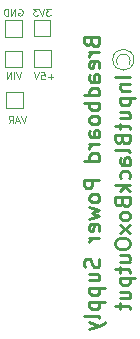
<source format=gbo>
G04 #@! TF.GenerationSoftware,KiCad,Pcbnew,(5.1.4)-1*
G04 #@! TF.CreationDate,2021-06-12T17:19:05+05:30*
G04 #@! TF.ProjectId,Breadboard_Power_Supply,42726561-6462-46f6-9172-645f506f7765,1*
G04 #@! TF.SameCoordinates,Original*
G04 #@! TF.FileFunction,Legend,Bot*
G04 #@! TF.FilePolarity,Positive*
%FSLAX46Y46*%
G04 Gerber Fmt 4.6, Leading zero omitted, Abs format (unit mm)*
G04 Created by KiCad (PCBNEW (5.1.4)-1) date 2021-06-12 17:19:05*
%MOMM*%
%LPD*%
G04 APERTURE LIST*
%ADD10C,0.100000*%
%ADD11C,0.120000*%
%ADD12C,0.250000*%
G04 APERTURE END LIST*
D10*
X137357142Y-81871428D02*
X137157142Y-82471428D01*
X136957142Y-81871428D01*
X136785714Y-82300000D02*
X136500000Y-82300000D01*
X136842857Y-82471428D02*
X136642857Y-81871428D01*
X136442857Y-82471428D01*
X135900000Y-82471428D02*
X136100000Y-82185714D01*
X136242857Y-82471428D02*
X136242857Y-81871428D01*
X136014285Y-81871428D01*
X135957142Y-81900000D01*
X135928571Y-81928571D01*
X135900000Y-81985714D01*
X135900000Y-82071428D01*
X135928571Y-82128571D01*
X135957142Y-82157142D01*
X136014285Y-82185714D01*
X136242857Y-82185714D01*
X139671428Y-78542857D02*
X139214285Y-78542857D01*
X139442857Y-78771428D02*
X139442857Y-78314285D01*
X138642857Y-78171428D02*
X138928571Y-78171428D01*
X138957142Y-78457142D01*
X138928571Y-78428571D01*
X138871428Y-78400000D01*
X138728571Y-78400000D01*
X138671428Y-78428571D01*
X138642857Y-78457142D01*
X138614285Y-78514285D01*
X138614285Y-78657142D01*
X138642857Y-78714285D01*
X138671428Y-78742857D01*
X138728571Y-78771428D01*
X138871428Y-78771428D01*
X138928571Y-78742857D01*
X138957142Y-78714285D01*
X138442857Y-78171428D02*
X138242857Y-78771428D01*
X138042857Y-78171428D01*
X139442857Y-72771428D02*
X139071428Y-72771428D01*
X139271428Y-73000000D01*
X139185714Y-73000000D01*
X139128571Y-73028571D01*
X139100000Y-73057142D01*
X139071428Y-73114285D01*
X139071428Y-73257142D01*
X139100000Y-73314285D01*
X139128571Y-73342857D01*
X139185714Y-73371428D01*
X139357142Y-73371428D01*
X139414285Y-73342857D01*
X139442857Y-73314285D01*
X138900000Y-72771428D02*
X138700000Y-73371428D01*
X138500000Y-72771428D01*
X138357142Y-72771428D02*
X137985714Y-72771428D01*
X138185714Y-73000000D01*
X138100000Y-73000000D01*
X138042857Y-73028571D01*
X138014285Y-73057142D01*
X137985714Y-73114285D01*
X137985714Y-73257142D01*
X138014285Y-73314285D01*
X138042857Y-73342857D01*
X138100000Y-73371428D01*
X138271428Y-73371428D01*
X138328571Y-73342857D01*
X138357142Y-73314285D01*
X136957142Y-78171428D02*
X136757142Y-78771428D01*
X136557142Y-78171428D01*
X136357142Y-78771428D02*
X136357142Y-78171428D01*
X136071428Y-78771428D02*
X136071428Y-78171428D01*
X135728571Y-78771428D01*
X135728571Y-78171428D01*
X136757142Y-72800000D02*
X136814285Y-72771428D01*
X136900000Y-72771428D01*
X136985714Y-72800000D01*
X137042857Y-72857142D01*
X137071428Y-72914285D01*
X137100000Y-73028571D01*
X137100000Y-73114285D01*
X137071428Y-73228571D01*
X137042857Y-73285714D01*
X136985714Y-73342857D01*
X136900000Y-73371428D01*
X136842857Y-73371428D01*
X136757142Y-73342857D01*
X136728571Y-73314285D01*
X136728571Y-73114285D01*
X136842857Y-73114285D01*
X136471428Y-73371428D02*
X136471428Y-72771428D01*
X136128571Y-73371428D01*
X136128571Y-72771428D01*
X135842857Y-73371428D02*
X135842857Y-72771428D01*
X135700000Y-72771428D01*
X135614285Y-72800000D01*
X135557142Y-72857142D01*
X135528571Y-72914285D01*
X135500000Y-73028571D01*
X135500000Y-73114285D01*
X135528571Y-73228571D01*
X135557142Y-73285714D01*
X135614285Y-73342857D01*
X135700000Y-73371428D01*
X135842857Y-73371428D01*
D11*
X145108054Y-77494844D02*
G75*
G02X146100000Y-77500000I497519J294844D01*
G01*
X146500000Y-77105573D02*
G75*
G03X146500000Y-77105573I-894427J0D01*
G01*
D12*
X146188095Y-78550000D02*
X144888095Y-78550000D01*
X145321428Y-79169047D02*
X146188095Y-79169047D01*
X145445238Y-79169047D02*
X145383333Y-79230952D01*
X145321428Y-79354761D01*
X145321428Y-79540476D01*
X145383333Y-79664285D01*
X145507142Y-79726190D01*
X146188095Y-79726190D01*
X145321428Y-80345238D02*
X146621428Y-80345238D01*
X145383333Y-80345238D02*
X145321428Y-80469047D01*
X145321428Y-80716666D01*
X145383333Y-80840476D01*
X145445238Y-80902380D01*
X145569047Y-80964285D01*
X145940476Y-80964285D01*
X146064285Y-80902380D01*
X146126190Y-80840476D01*
X146188095Y-80716666D01*
X146188095Y-80469047D01*
X146126190Y-80345238D01*
X145321428Y-82078571D02*
X146188095Y-82078571D01*
X145321428Y-81521428D02*
X146002380Y-81521428D01*
X146126190Y-81583333D01*
X146188095Y-81707142D01*
X146188095Y-81892857D01*
X146126190Y-82016666D01*
X146064285Y-82078571D01*
X145321428Y-82511904D02*
X145321428Y-83007142D01*
X144888095Y-82697619D02*
X146002380Y-82697619D01*
X146126190Y-82759523D01*
X146188095Y-82883333D01*
X146188095Y-83007142D01*
X145507142Y-83873809D02*
X145569047Y-84059523D01*
X145630952Y-84121428D01*
X145754761Y-84183333D01*
X145940476Y-84183333D01*
X146064285Y-84121428D01*
X146126190Y-84059523D01*
X146188095Y-83935714D01*
X146188095Y-83440476D01*
X144888095Y-83440476D01*
X144888095Y-83873809D01*
X144950000Y-83997619D01*
X145011904Y-84059523D01*
X145135714Y-84121428D01*
X145259523Y-84121428D01*
X145383333Y-84059523D01*
X145445238Y-83997619D01*
X145507142Y-83873809D01*
X145507142Y-83440476D01*
X146188095Y-84926190D02*
X146126190Y-84802380D01*
X146002380Y-84740476D01*
X144888095Y-84740476D01*
X146188095Y-85978571D02*
X145507142Y-85978571D01*
X145383333Y-85916666D01*
X145321428Y-85792857D01*
X145321428Y-85545238D01*
X145383333Y-85421428D01*
X146126190Y-85978571D02*
X146188095Y-85854761D01*
X146188095Y-85545238D01*
X146126190Y-85421428D01*
X146002380Y-85359523D01*
X145878571Y-85359523D01*
X145754761Y-85421428D01*
X145692857Y-85545238D01*
X145692857Y-85854761D01*
X145630952Y-85978571D01*
X146126190Y-87154761D02*
X146188095Y-87030952D01*
X146188095Y-86783333D01*
X146126190Y-86659523D01*
X146064285Y-86597619D01*
X145940476Y-86535714D01*
X145569047Y-86535714D01*
X145445238Y-86597619D01*
X145383333Y-86659523D01*
X145321428Y-86783333D01*
X145321428Y-87030952D01*
X145383333Y-87154761D01*
X146188095Y-87711904D02*
X144888095Y-87711904D01*
X145692857Y-87835714D02*
X146188095Y-88207142D01*
X145321428Y-88207142D02*
X145816666Y-87711904D01*
X145507142Y-89197619D02*
X145569047Y-89383333D01*
X145630952Y-89445238D01*
X145754761Y-89507142D01*
X145940476Y-89507142D01*
X146064285Y-89445238D01*
X146126190Y-89383333D01*
X146188095Y-89259523D01*
X146188095Y-88764285D01*
X144888095Y-88764285D01*
X144888095Y-89197619D01*
X144950000Y-89321428D01*
X145011904Y-89383333D01*
X145135714Y-89445238D01*
X145259523Y-89445238D01*
X145383333Y-89383333D01*
X145445238Y-89321428D01*
X145507142Y-89197619D01*
X145507142Y-88764285D01*
X146188095Y-90250000D02*
X146126190Y-90126190D01*
X146064285Y-90064285D01*
X145940476Y-90002380D01*
X145569047Y-90002380D01*
X145445238Y-90064285D01*
X145383333Y-90126190D01*
X145321428Y-90250000D01*
X145321428Y-90435714D01*
X145383333Y-90559523D01*
X145445238Y-90621428D01*
X145569047Y-90683333D01*
X145940476Y-90683333D01*
X146064285Y-90621428D01*
X146126190Y-90559523D01*
X146188095Y-90435714D01*
X146188095Y-90250000D01*
X146188095Y-91116666D02*
X145321428Y-91797619D01*
X145321428Y-91116666D02*
X146188095Y-91797619D01*
X144888095Y-92540476D02*
X144888095Y-92788095D01*
X144950000Y-92911904D01*
X145073809Y-93035714D01*
X145321428Y-93097619D01*
X145754761Y-93097619D01*
X146002380Y-93035714D01*
X146126190Y-92911904D01*
X146188095Y-92788095D01*
X146188095Y-92540476D01*
X146126190Y-92416666D01*
X146002380Y-92292857D01*
X145754761Y-92230952D01*
X145321428Y-92230952D01*
X145073809Y-92292857D01*
X144950000Y-92416666D01*
X144888095Y-92540476D01*
X145321428Y-94211904D02*
X146188095Y-94211904D01*
X145321428Y-93654761D02*
X146002380Y-93654761D01*
X146126190Y-93716666D01*
X146188095Y-93840476D01*
X146188095Y-94026190D01*
X146126190Y-94150000D01*
X146064285Y-94211904D01*
X145321428Y-94645238D02*
X145321428Y-95140476D01*
X144888095Y-94830952D02*
X146002380Y-94830952D01*
X146126190Y-94892857D01*
X146188095Y-95016666D01*
X146188095Y-95140476D01*
X145321428Y-95573809D02*
X146621428Y-95573809D01*
X145383333Y-95573809D02*
X145321428Y-95697619D01*
X145321428Y-95945238D01*
X145383333Y-96069047D01*
X145445238Y-96130952D01*
X145569047Y-96192857D01*
X145940476Y-96192857D01*
X146064285Y-96130952D01*
X146126190Y-96069047D01*
X146188095Y-95945238D01*
X146188095Y-95697619D01*
X146126190Y-95573809D01*
X145321428Y-97307142D02*
X146188095Y-97307142D01*
X145321428Y-96750000D02*
X146002380Y-96750000D01*
X146126190Y-96811904D01*
X146188095Y-96935714D01*
X146188095Y-97121428D01*
X146126190Y-97245238D01*
X146064285Y-97307142D01*
X145321428Y-97740476D02*
X145321428Y-98235714D01*
X144888095Y-97926190D02*
X146002380Y-97926190D01*
X146126190Y-97988095D01*
X146188095Y-98111904D01*
X146188095Y-98235714D01*
X142907142Y-75614285D02*
X142969047Y-75800000D01*
X143030952Y-75861904D01*
X143154761Y-75923809D01*
X143340476Y-75923809D01*
X143464285Y-75861904D01*
X143526190Y-75800000D01*
X143588095Y-75676190D01*
X143588095Y-75180952D01*
X142288095Y-75180952D01*
X142288095Y-75614285D01*
X142350000Y-75738095D01*
X142411904Y-75800000D01*
X142535714Y-75861904D01*
X142659523Y-75861904D01*
X142783333Y-75800000D01*
X142845238Y-75738095D01*
X142907142Y-75614285D01*
X142907142Y-75180952D01*
X143588095Y-76480952D02*
X142721428Y-76480952D01*
X142969047Y-76480952D02*
X142845238Y-76542857D01*
X142783333Y-76604761D01*
X142721428Y-76728571D01*
X142721428Y-76852380D01*
X143526190Y-77780952D02*
X143588095Y-77657142D01*
X143588095Y-77409523D01*
X143526190Y-77285714D01*
X143402380Y-77223809D01*
X142907142Y-77223809D01*
X142783333Y-77285714D01*
X142721428Y-77409523D01*
X142721428Y-77657142D01*
X142783333Y-77780952D01*
X142907142Y-77842857D01*
X143030952Y-77842857D01*
X143154761Y-77223809D01*
X143588095Y-78957142D02*
X142907142Y-78957142D01*
X142783333Y-78895238D01*
X142721428Y-78771428D01*
X142721428Y-78523809D01*
X142783333Y-78400000D01*
X143526190Y-78957142D02*
X143588095Y-78833333D01*
X143588095Y-78523809D01*
X143526190Y-78400000D01*
X143402380Y-78338095D01*
X143278571Y-78338095D01*
X143154761Y-78400000D01*
X143092857Y-78523809D01*
X143092857Y-78833333D01*
X143030952Y-78957142D01*
X143588095Y-80133333D02*
X142288095Y-80133333D01*
X143526190Y-80133333D02*
X143588095Y-80009523D01*
X143588095Y-79761904D01*
X143526190Y-79638095D01*
X143464285Y-79576190D01*
X143340476Y-79514285D01*
X142969047Y-79514285D01*
X142845238Y-79576190D01*
X142783333Y-79638095D01*
X142721428Y-79761904D01*
X142721428Y-80009523D01*
X142783333Y-80133333D01*
X143588095Y-80752380D02*
X142288095Y-80752380D01*
X142783333Y-80752380D02*
X142721428Y-80876190D01*
X142721428Y-81123809D01*
X142783333Y-81247619D01*
X142845238Y-81309523D01*
X142969047Y-81371428D01*
X143340476Y-81371428D01*
X143464285Y-81309523D01*
X143526190Y-81247619D01*
X143588095Y-81123809D01*
X143588095Y-80876190D01*
X143526190Y-80752380D01*
X143588095Y-82114285D02*
X143526190Y-81990476D01*
X143464285Y-81928571D01*
X143340476Y-81866666D01*
X142969047Y-81866666D01*
X142845238Y-81928571D01*
X142783333Y-81990476D01*
X142721428Y-82114285D01*
X142721428Y-82300000D01*
X142783333Y-82423809D01*
X142845238Y-82485714D01*
X142969047Y-82547619D01*
X143340476Y-82547619D01*
X143464285Y-82485714D01*
X143526190Y-82423809D01*
X143588095Y-82300000D01*
X143588095Y-82114285D01*
X143588095Y-83661904D02*
X142907142Y-83661904D01*
X142783333Y-83600000D01*
X142721428Y-83476190D01*
X142721428Y-83228571D01*
X142783333Y-83104761D01*
X143526190Y-83661904D02*
X143588095Y-83538095D01*
X143588095Y-83228571D01*
X143526190Y-83104761D01*
X143402380Y-83042857D01*
X143278571Y-83042857D01*
X143154761Y-83104761D01*
X143092857Y-83228571D01*
X143092857Y-83538095D01*
X143030952Y-83661904D01*
X143588095Y-84280952D02*
X142721428Y-84280952D01*
X142969047Y-84280952D02*
X142845238Y-84342857D01*
X142783333Y-84404761D01*
X142721428Y-84528571D01*
X142721428Y-84652380D01*
X143588095Y-85642857D02*
X142288095Y-85642857D01*
X143526190Y-85642857D02*
X143588095Y-85519047D01*
X143588095Y-85271428D01*
X143526190Y-85147619D01*
X143464285Y-85085714D01*
X143340476Y-85023809D01*
X142969047Y-85023809D01*
X142845238Y-85085714D01*
X142783333Y-85147619D01*
X142721428Y-85271428D01*
X142721428Y-85519047D01*
X142783333Y-85642857D01*
X143588095Y-87252380D02*
X142288095Y-87252380D01*
X142288095Y-87747619D01*
X142350000Y-87871428D01*
X142411904Y-87933333D01*
X142535714Y-87995238D01*
X142721428Y-87995238D01*
X142845238Y-87933333D01*
X142907142Y-87871428D01*
X142969047Y-87747619D01*
X142969047Y-87252380D01*
X143588095Y-88738095D02*
X143526190Y-88614285D01*
X143464285Y-88552380D01*
X143340476Y-88490476D01*
X142969047Y-88490476D01*
X142845238Y-88552380D01*
X142783333Y-88614285D01*
X142721428Y-88738095D01*
X142721428Y-88923809D01*
X142783333Y-89047619D01*
X142845238Y-89109523D01*
X142969047Y-89171428D01*
X143340476Y-89171428D01*
X143464285Y-89109523D01*
X143526190Y-89047619D01*
X143588095Y-88923809D01*
X143588095Y-88738095D01*
X142721428Y-89604761D02*
X143588095Y-89852380D01*
X142969047Y-90100000D01*
X143588095Y-90347619D01*
X142721428Y-90595238D01*
X143526190Y-91585714D02*
X143588095Y-91461904D01*
X143588095Y-91214285D01*
X143526190Y-91090476D01*
X143402380Y-91028571D01*
X142907142Y-91028571D01*
X142783333Y-91090476D01*
X142721428Y-91214285D01*
X142721428Y-91461904D01*
X142783333Y-91585714D01*
X142907142Y-91647619D01*
X143030952Y-91647619D01*
X143154761Y-91028571D01*
X143588095Y-92204761D02*
X142721428Y-92204761D01*
X142969047Y-92204761D02*
X142845238Y-92266666D01*
X142783333Y-92328571D01*
X142721428Y-92452380D01*
X142721428Y-92576190D01*
X143526190Y-93938095D02*
X143588095Y-94123809D01*
X143588095Y-94433333D01*
X143526190Y-94557142D01*
X143464285Y-94619047D01*
X143340476Y-94680952D01*
X143216666Y-94680952D01*
X143092857Y-94619047D01*
X143030952Y-94557142D01*
X142969047Y-94433333D01*
X142907142Y-94185714D01*
X142845238Y-94061904D01*
X142783333Y-94000000D01*
X142659523Y-93938095D01*
X142535714Y-93938095D01*
X142411904Y-94000000D01*
X142350000Y-94061904D01*
X142288095Y-94185714D01*
X142288095Y-94495238D01*
X142350000Y-94680952D01*
X142721428Y-95795238D02*
X143588095Y-95795238D01*
X142721428Y-95238095D02*
X143402380Y-95238095D01*
X143526190Y-95300000D01*
X143588095Y-95423809D01*
X143588095Y-95609523D01*
X143526190Y-95733333D01*
X143464285Y-95795238D01*
X142721428Y-96414285D02*
X144021428Y-96414285D01*
X142783333Y-96414285D02*
X142721428Y-96538095D01*
X142721428Y-96785714D01*
X142783333Y-96909523D01*
X142845238Y-96971428D01*
X142969047Y-97033333D01*
X143340476Y-97033333D01*
X143464285Y-96971428D01*
X143526190Y-96909523D01*
X143588095Y-96785714D01*
X143588095Y-96538095D01*
X143526190Y-96414285D01*
X142721428Y-97590476D02*
X144021428Y-97590476D01*
X142783333Y-97590476D02*
X142721428Y-97714285D01*
X142721428Y-97961904D01*
X142783333Y-98085714D01*
X142845238Y-98147619D01*
X142969047Y-98209523D01*
X143340476Y-98209523D01*
X143464285Y-98147619D01*
X143526190Y-98085714D01*
X143588095Y-97961904D01*
X143588095Y-97714285D01*
X143526190Y-97590476D01*
X143588095Y-98952380D02*
X143526190Y-98828571D01*
X143402380Y-98766666D01*
X142288095Y-98766666D01*
X142721428Y-99323809D02*
X143588095Y-99633333D01*
X142721428Y-99942857D02*
X143588095Y-99633333D01*
X143897619Y-99509523D01*
X143959523Y-99447619D01*
X144021428Y-99323809D01*
D11*
X135700000Y-79800000D02*
X135700000Y-81200000D01*
X137100000Y-79800000D02*
X135700000Y-79800000D01*
X137100000Y-81200000D02*
X137100000Y-79800000D01*
X135700000Y-81200000D02*
X137100000Y-81200000D01*
X138025000Y-73725000D02*
X138025000Y-75125000D01*
X139425000Y-73725000D02*
X138025000Y-73725000D01*
X139425000Y-75125000D02*
X139425000Y-73725000D01*
X138025000Y-75125000D02*
X139425000Y-75125000D01*
X138050000Y-76325000D02*
X138050000Y-77725000D01*
X139450000Y-76325000D02*
X138050000Y-76325000D01*
X139450000Y-77725000D02*
X139450000Y-76325000D01*
X138050000Y-77725000D02*
X139450000Y-77725000D01*
X135625000Y-73775000D02*
X135625000Y-75175000D01*
X137025000Y-73775000D02*
X135625000Y-73775000D01*
X137025000Y-75175000D02*
X137025000Y-73775000D01*
X135625000Y-75175000D02*
X137025000Y-75175000D01*
X135625000Y-76350000D02*
X135625000Y-77750000D01*
X137025000Y-76350000D02*
X135625000Y-76350000D01*
X137025000Y-77750000D02*
X137025000Y-76350000D01*
X135625000Y-77750000D02*
X137025000Y-77750000D01*
M02*

</source>
